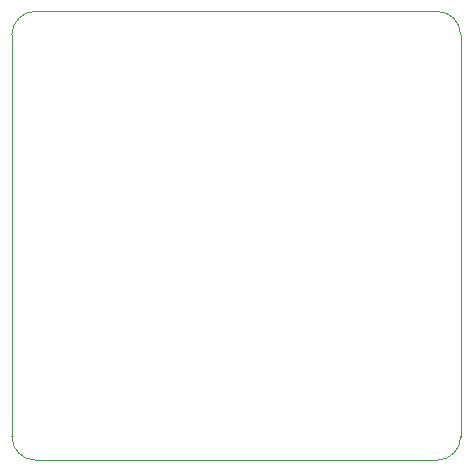
<source format=gm1>
G04 #@! TF.GenerationSoftware,KiCad,Pcbnew,7.0.10*
G04 #@! TF.CreationDate,2024-02-28T00:56:54-06:00*
G04 #@! TF.ProjectId,sensingBoard,73656e73-696e-4674-926f-6172642e6b69,rev?*
G04 #@! TF.SameCoordinates,Original*
G04 #@! TF.FileFunction,Profile,NP*
%FSLAX46Y46*%
G04 Gerber Fmt 4.6, Leading zero omitted, Abs format (unit mm)*
G04 Created by KiCad (PCBNEW 7.0.10) date 2024-02-28 00:56:54*
%MOMM*%
%LPD*%
G01*
G04 APERTURE LIST*
G04 #@! TA.AperFunction,Profile*
%ADD10C,0.100000*%
G04 #@! TD*
G04 APERTURE END LIST*
D10*
X88000000Y-52000000D02*
X88000000Y-86000000D01*
X88000000Y-52000000D02*
G75*
G03*
X86000000Y-50000000I-2000000J0D01*
G01*
X50000000Y-86000000D02*
G75*
G03*
X52000000Y-88000000I2000000J0D01*
G01*
X86000000Y-88000000D02*
G75*
G03*
X88000000Y-86000000I0J2000000D01*
G01*
X52000000Y-50000000D02*
G75*
G03*
X50000000Y-52000000I0J-2000000D01*
G01*
X52000000Y-50000000D02*
X86000000Y-50000000D01*
X50000000Y-86000000D02*
X50000000Y-52000000D01*
X86000000Y-88000000D02*
X52000000Y-88000000D01*
M02*

</source>
